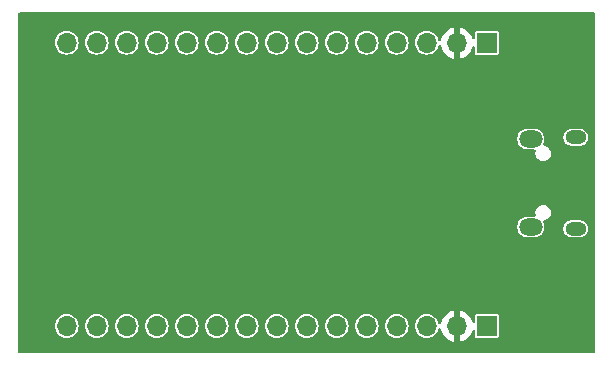
<source format=gbr>
%TF.GenerationSoftware,KiCad,Pcbnew,8.0.7*%
%TF.CreationDate,2025-01-11T18:27:58+02:00*%
%TF.ProjectId,STM32TrialPcb,53544d33-3254-4726-9961-6c5063622e6b,rev?*%
%TF.SameCoordinates,Original*%
%TF.FileFunction,Copper,L2,Bot*%
%TF.FilePolarity,Positive*%
%FSLAX46Y46*%
G04 Gerber Fmt 4.6, Leading zero omitted, Abs format (unit mm)*
G04 Created by KiCad (PCBNEW 8.0.7) date 2025-01-11 18:27:58*
%MOMM*%
%LPD*%
G01*
G04 APERTURE LIST*
%TA.AperFunction,ComponentPad*%
%ADD10O,1.700000X1.700000*%
%TD*%
%TA.AperFunction,ComponentPad*%
%ADD11R,1.700000X1.700000*%
%TD*%
%TA.AperFunction,ComponentPad*%
%ADD12O,1.800000X1.150000*%
%TD*%
%TA.AperFunction,ComponentPad*%
%ADD13O,2.000000X1.450000*%
%TD*%
%TA.AperFunction,ViaPad*%
%ADD14C,0.600000*%
%TD*%
G04 APERTURE END LIST*
D10*
%TO.P,J3,15,Pin_15*%
%TO.N,PA3*%
X130660000Y-106940000D03*
%TO.P,J3,14,Pin_14*%
%TO.N,PA4*%
X133200000Y-106940000D03*
%TO.P,J3,13,Pin_13*%
%TO.N,PA5*%
X135740000Y-106940000D03*
%TO.P,J3,12,Pin_12*%
%TO.N,PA6*%
X138280000Y-106940000D03*
%TO.P,J3,11,Pin_11*%
%TO.N,PA7*%
X140820000Y-106940000D03*
%TO.P,J3,10,Pin_10*%
%TO.N,PB0*%
X143360000Y-106940000D03*
%TO.P,J3,9,Pin_9*%
%TO.N,PB1*%
X145900000Y-106940000D03*
%TO.P,J3,8,Pin_8*%
%TO.N,PB2*%
X148440000Y-106940000D03*
%TO.P,J3,7,Pin_7*%
%TO.N,PB10*%
X150980000Y-106940000D03*
%TO.P,J3,6,Pin_6*%
%TO.N,PB11*%
X153520000Y-106940000D03*
%TO.P,J3,5,Pin_5*%
%TO.N,PA8*%
X156060000Y-106940000D03*
%TO.P,J3,4,Pin_4*%
%TO.N,PA9*%
X158600000Y-106940000D03*
%TO.P,J3,3,Pin_3*%
%TO.N,PA10*%
X161140000Y-106940000D03*
%TO.P,J3,2,Pin_2*%
%TO.N,GND*%
X163680000Y-106940000D03*
D11*
%TO.P,J3,1,Pin_1*%
%TO.N,+3V3*%
X166220000Y-106940000D03*
%TD*%
D10*
%TO.P,J2,15,Pin_15*%
%TO.N,PC15*%
X130660000Y-82960000D03*
%TO.P,J2,14,Pin_14*%
%TO.N,PC14*%
X133200000Y-82960000D03*
%TO.P,J2,13,Pin_13*%
%TO.N,PC13*%
X135740000Y-82960000D03*
%TO.P,J2,12,Pin_12*%
%TO.N,PB9*%
X138280000Y-82960000D03*
%TO.P,J2,11,Pin_11*%
%TO.N,PB8*%
X140820000Y-82960000D03*
%TO.P,J2,10,Pin_10*%
%TO.N,PB7*%
X143360000Y-82960000D03*
%TO.P,J2,9,Pin_9*%
%TO.N,PB6*%
X145900000Y-82960000D03*
%TO.P,J2,8,Pin_8*%
%TO.N,PB5*%
X148440000Y-82960000D03*
%TO.P,J2,7,Pin_7*%
%TO.N,PB4*%
X150980000Y-82960000D03*
%TO.P,J2,6,Pin_6*%
%TO.N,SWO*%
X153520000Y-82960000D03*
%TO.P,J2,5,Pin_5*%
%TO.N,PA15*%
X156060000Y-82960000D03*
%TO.P,J2,4,Pin_4*%
%TO.N,SWCLK*%
X158600000Y-82960000D03*
%TO.P,J2,3,Pin_3*%
%TO.N,SWDIO*%
X161140000Y-82960000D03*
%TO.P,J2,2,Pin_2*%
%TO.N,GND*%
X163680000Y-82960000D03*
D11*
%TO.P,J2,1,Pin_1*%
%TO.N,+3V3*%
X166220000Y-82960000D03*
%TD*%
D12*
%TO.P,J1,6,Shield*%
%TO.N,unconnected-(J1-Shield-Pad6)_1*%
X173740000Y-98700000D03*
D13*
%TO.N,unconnected-(J1-Shield-Pad6)_2*%
X169940000Y-98550000D03*
%TO.N,unconnected-(J1-Shield-Pad6)_3*%
X169940000Y-91100000D03*
D12*
%TO.N,unconnected-(J1-Shield-Pad6)*%
X173740000Y-90950000D03*
%TD*%
D14*
%TO.N,GND*%
X135420000Y-87400000D03*
X142400000Y-98940000D03*
X136440000Y-88790000D03*
X164370000Y-100960000D03*
X140870000Y-95830000D03*
X129052500Y-95642499D03*
X132052500Y-98392499D03*
X130052500Y-93392499D03*
X139445000Y-97804999D03*
X165730000Y-85140000D03*
X148170000Y-88900000D03*
X161070000Y-103210000D03*
X165840000Y-103250000D03*
X167652500Y-91892499D03*
X155462500Y-100160000D03*
X161410000Y-86300000D03*
X153602500Y-100430000D03*
X159305000Y-103220000D03*
X163652500Y-104490000D03*
X130052500Y-88392499D03*
X158920000Y-90880000D03*
X142380000Y-88940000D03*
%TD*%
%TA.AperFunction,Conductor*%
%TO.N,GND*%
G36*
X175343039Y-80410185D02*
G01*
X175388794Y-80462989D01*
X175400000Y-80514500D01*
X175400000Y-109076000D01*
X175380315Y-109143039D01*
X175327511Y-109188794D01*
X175276000Y-109200000D01*
X126664500Y-109200000D01*
X126597461Y-109180315D01*
X126551706Y-109127511D01*
X126540500Y-109076000D01*
X126540500Y-106940000D01*
X129654659Y-106940000D01*
X129673975Y-107136129D01*
X129673976Y-107136132D01*
X129718491Y-107282879D01*
X129731188Y-107324733D01*
X129824086Y-107498532D01*
X129824090Y-107498539D01*
X129949116Y-107650883D01*
X130101460Y-107775909D01*
X130101467Y-107775913D01*
X130275266Y-107868811D01*
X130275269Y-107868811D01*
X130275273Y-107868814D01*
X130463868Y-107926024D01*
X130660000Y-107945341D01*
X130856132Y-107926024D01*
X131044727Y-107868814D01*
X131082317Y-107848722D01*
X131152736Y-107811082D01*
X131218538Y-107775910D01*
X131370883Y-107650883D01*
X131495910Y-107498538D01*
X131574032Y-107352382D01*
X131588811Y-107324733D01*
X131588812Y-107324731D01*
X131588814Y-107324727D01*
X131646024Y-107136132D01*
X131665341Y-106940000D01*
X132194659Y-106940000D01*
X132213975Y-107136129D01*
X132213976Y-107136132D01*
X132258491Y-107282879D01*
X132271188Y-107324733D01*
X132364086Y-107498532D01*
X132364090Y-107498539D01*
X132489116Y-107650883D01*
X132641460Y-107775909D01*
X132641467Y-107775913D01*
X132815266Y-107868811D01*
X132815269Y-107868811D01*
X132815273Y-107868814D01*
X133003868Y-107926024D01*
X133200000Y-107945341D01*
X133396132Y-107926024D01*
X133584727Y-107868814D01*
X133622317Y-107848722D01*
X133692736Y-107811082D01*
X133758538Y-107775910D01*
X133910883Y-107650883D01*
X134035910Y-107498538D01*
X134114032Y-107352382D01*
X134128811Y-107324733D01*
X134128812Y-107324731D01*
X134128814Y-107324727D01*
X134186024Y-107136132D01*
X134205341Y-106940000D01*
X134734659Y-106940000D01*
X134753975Y-107136129D01*
X134753976Y-107136132D01*
X134798491Y-107282879D01*
X134811188Y-107324733D01*
X134904086Y-107498532D01*
X134904090Y-107498539D01*
X135029116Y-107650883D01*
X135181460Y-107775909D01*
X135181467Y-107775913D01*
X135355266Y-107868811D01*
X135355269Y-107868811D01*
X135355273Y-107868814D01*
X135543868Y-107926024D01*
X135740000Y-107945341D01*
X135936132Y-107926024D01*
X136124727Y-107868814D01*
X136162317Y-107848722D01*
X136232736Y-107811082D01*
X136298538Y-107775910D01*
X136450883Y-107650883D01*
X136575910Y-107498538D01*
X136654032Y-107352382D01*
X136668811Y-107324733D01*
X136668812Y-107324731D01*
X136668814Y-107324727D01*
X136726024Y-107136132D01*
X136745341Y-106940000D01*
X137274659Y-106940000D01*
X137293975Y-107136129D01*
X137293976Y-107136132D01*
X137338491Y-107282879D01*
X137351188Y-107324733D01*
X137444086Y-107498532D01*
X137444090Y-107498539D01*
X137569116Y-107650883D01*
X137721460Y-107775909D01*
X137721467Y-107775913D01*
X137895266Y-107868811D01*
X137895269Y-107868811D01*
X137895273Y-107868814D01*
X138083868Y-107926024D01*
X138280000Y-107945341D01*
X138476132Y-107926024D01*
X138664727Y-107868814D01*
X138702317Y-107848722D01*
X138772736Y-107811082D01*
X138838538Y-107775910D01*
X138990883Y-107650883D01*
X139115910Y-107498538D01*
X139194032Y-107352382D01*
X139208811Y-107324733D01*
X139208812Y-107324731D01*
X139208814Y-107324727D01*
X139266024Y-107136132D01*
X139285341Y-106940000D01*
X139814659Y-106940000D01*
X139833975Y-107136129D01*
X139833976Y-107136132D01*
X139878491Y-107282879D01*
X139891188Y-107324733D01*
X139984086Y-107498532D01*
X139984090Y-107498539D01*
X140109116Y-107650883D01*
X140261460Y-107775909D01*
X140261467Y-107775913D01*
X140435266Y-107868811D01*
X140435269Y-107868811D01*
X140435273Y-107868814D01*
X140623868Y-107926024D01*
X140820000Y-107945341D01*
X141016132Y-107926024D01*
X141204727Y-107868814D01*
X141242317Y-107848722D01*
X141312736Y-107811082D01*
X141378538Y-107775910D01*
X141530883Y-107650883D01*
X141655910Y-107498538D01*
X141734032Y-107352382D01*
X141748811Y-107324733D01*
X141748812Y-107324731D01*
X141748814Y-107324727D01*
X141806024Y-107136132D01*
X141825341Y-106940000D01*
X142354659Y-106940000D01*
X142373975Y-107136129D01*
X142373976Y-107136132D01*
X142418491Y-107282879D01*
X142431188Y-107324733D01*
X142524086Y-107498532D01*
X142524090Y-107498539D01*
X142649116Y-107650883D01*
X142801460Y-107775909D01*
X142801467Y-107775913D01*
X142975266Y-107868811D01*
X142975269Y-107868811D01*
X142975273Y-107868814D01*
X143163868Y-107926024D01*
X143360000Y-107945341D01*
X143556132Y-107926024D01*
X143744727Y-107868814D01*
X143782317Y-107848722D01*
X143852736Y-107811082D01*
X143918538Y-107775910D01*
X144070883Y-107650883D01*
X144195910Y-107498538D01*
X144274032Y-107352382D01*
X144288811Y-107324733D01*
X144288812Y-107324731D01*
X144288814Y-107324727D01*
X144346024Y-107136132D01*
X144365341Y-106940000D01*
X144894659Y-106940000D01*
X144913975Y-107136129D01*
X144913976Y-107136132D01*
X144958491Y-107282879D01*
X144971188Y-107324733D01*
X145064086Y-107498532D01*
X145064090Y-107498539D01*
X145189116Y-107650883D01*
X145341460Y-107775909D01*
X145341467Y-107775913D01*
X145515266Y-107868811D01*
X145515269Y-107868811D01*
X145515273Y-107868814D01*
X145703868Y-107926024D01*
X145900000Y-107945341D01*
X146096132Y-107926024D01*
X146284727Y-107868814D01*
X146322317Y-107848722D01*
X146392736Y-107811082D01*
X146458538Y-107775910D01*
X146610883Y-107650883D01*
X146735910Y-107498538D01*
X146814032Y-107352382D01*
X146828811Y-107324733D01*
X146828812Y-107324731D01*
X146828814Y-107324727D01*
X146886024Y-107136132D01*
X146905341Y-106940000D01*
X147434659Y-106940000D01*
X147453975Y-107136129D01*
X147453976Y-107136132D01*
X147498491Y-107282879D01*
X147511188Y-107324733D01*
X147604086Y-107498532D01*
X147604090Y-107498539D01*
X147729116Y-107650883D01*
X147881460Y-107775909D01*
X147881467Y-107775913D01*
X148055266Y-107868811D01*
X148055269Y-107868811D01*
X148055273Y-107868814D01*
X148243868Y-107926024D01*
X148440000Y-107945341D01*
X148636132Y-107926024D01*
X148824727Y-107868814D01*
X148862317Y-107848722D01*
X148932736Y-107811082D01*
X148998538Y-107775910D01*
X149150883Y-107650883D01*
X149275910Y-107498538D01*
X149354032Y-107352382D01*
X149368811Y-107324733D01*
X149368812Y-107324731D01*
X149368814Y-107324727D01*
X149426024Y-107136132D01*
X149445341Y-106940000D01*
X149974659Y-106940000D01*
X149993975Y-107136129D01*
X149993976Y-107136132D01*
X150038491Y-107282879D01*
X150051188Y-107324733D01*
X150144086Y-107498532D01*
X150144090Y-107498539D01*
X150269116Y-107650883D01*
X150421460Y-107775909D01*
X150421467Y-107775913D01*
X150595266Y-107868811D01*
X150595269Y-107868811D01*
X150595273Y-107868814D01*
X150783868Y-107926024D01*
X150980000Y-107945341D01*
X151176132Y-107926024D01*
X151364727Y-107868814D01*
X151402317Y-107848722D01*
X151472736Y-107811082D01*
X151538538Y-107775910D01*
X151690883Y-107650883D01*
X151815910Y-107498538D01*
X151894032Y-107352382D01*
X151908811Y-107324733D01*
X151908812Y-107324731D01*
X151908814Y-107324727D01*
X151966024Y-107136132D01*
X151985341Y-106940000D01*
X152514659Y-106940000D01*
X152533975Y-107136129D01*
X152533976Y-107136132D01*
X152578491Y-107282879D01*
X152591188Y-107324733D01*
X152684086Y-107498532D01*
X152684090Y-107498539D01*
X152809116Y-107650883D01*
X152961460Y-107775909D01*
X152961467Y-107775913D01*
X153135266Y-107868811D01*
X153135269Y-107868811D01*
X153135273Y-107868814D01*
X153323868Y-107926024D01*
X153520000Y-107945341D01*
X153716132Y-107926024D01*
X153904727Y-107868814D01*
X153942317Y-107848722D01*
X154012736Y-107811082D01*
X154078538Y-107775910D01*
X154230883Y-107650883D01*
X154355910Y-107498538D01*
X154434032Y-107352382D01*
X154448811Y-107324733D01*
X154448812Y-107324731D01*
X154448814Y-107324727D01*
X154506024Y-107136132D01*
X154525341Y-106940000D01*
X155054659Y-106940000D01*
X155073975Y-107136129D01*
X155073976Y-107136132D01*
X155118491Y-107282879D01*
X155131188Y-107324733D01*
X155224086Y-107498532D01*
X155224090Y-107498539D01*
X155349116Y-107650883D01*
X155501460Y-107775909D01*
X155501467Y-107775913D01*
X155675266Y-107868811D01*
X155675269Y-107868811D01*
X155675273Y-107868814D01*
X155863868Y-107926024D01*
X156060000Y-107945341D01*
X156256132Y-107926024D01*
X156444727Y-107868814D01*
X156482317Y-107848722D01*
X156552736Y-107811082D01*
X156618538Y-107775910D01*
X156770883Y-107650883D01*
X156895910Y-107498538D01*
X156974032Y-107352382D01*
X156988811Y-107324733D01*
X156988812Y-107324731D01*
X156988814Y-107324727D01*
X157046024Y-107136132D01*
X157065341Y-106940000D01*
X157594659Y-106940000D01*
X157613975Y-107136129D01*
X157613976Y-107136132D01*
X157658491Y-107282879D01*
X157671188Y-107324733D01*
X157764086Y-107498532D01*
X157764090Y-107498539D01*
X157889116Y-107650883D01*
X158041460Y-107775909D01*
X158041467Y-107775913D01*
X158215266Y-107868811D01*
X158215269Y-107868811D01*
X158215273Y-107868814D01*
X158403868Y-107926024D01*
X158600000Y-107945341D01*
X158796132Y-107926024D01*
X158984727Y-107868814D01*
X159022317Y-107848722D01*
X159092736Y-107811082D01*
X159158538Y-107775910D01*
X159310883Y-107650883D01*
X159435910Y-107498538D01*
X159514032Y-107352382D01*
X159528811Y-107324733D01*
X159528812Y-107324731D01*
X159528814Y-107324727D01*
X159586024Y-107136132D01*
X159605341Y-106940000D01*
X160134659Y-106940000D01*
X160153975Y-107136129D01*
X160153976Y-107136132D01*
X160198491Y-107282879D01*
X160211188Y-107324733D01*
X160304086Y-107498532D01*
X160304090Y-107498539D01*
X160429116Y-107650883D01*
X160581460Y-107775909D01*
X160581467Y-107775913D01*
X160755266Y-107868811D01*
X160755269Y-107868811D01*
X160755273Y-107868814D01*
X160943868Y-107926024D01*
X161140000Y-107945341D01*
X161336132Y-107926024D01*
X161524727Y-107868814D01*
X161562317Y-107848722D01*
X161632736Y-107811082D01*
X161698538Y-107775910D01*
X161850883Y-107650883D01*
X161975910Y-107498538D01*
X162054032Y-107352382D01*
X162068812Y-107324731D01*
X162068812Y-107324730D01*
X162068814Y-107324727D01*
X162110900Y-107185988D01*
X162149197Y-107127551D01*
X162213009Y-107099095D01*
X162282076Y-107109655D01*
X162334470Y-107155879D01*
X162349335Y-107189891D01*
X162406567Y-107403486D01*
X162406570Y-107403492D01*
X162506399Y-107617578D01*
X162641894Y-107811082D01*
X162808917Y-107978105D01*
X163002421Y-108113600D01*
X163216507Y-108213429D01*
X163216516Y-108213433D01*
X163430000Y-108270634D01*
X163430000Y-107373012D01*
X163487007Y-107405925D01*
X163614174Y-107440000D01*
X163745826Y-107440000D01*
X163872993Y-107405925D01*
X163930000Y-107373012D01*
X163930000Y-108270633D01*
X164143483Y-108213433D01*
X164143492Y-108213429D01*
X164357578Y-108113600D01*
X164551082Y-107978105D01*
X164718105Y-107811082D01*
X164853600Y-107617578D01*
X164953429Y-107403492D01*
X164953433Y-107403483D01*
X164975725Y-107320289D01*
X165012090Y-107260628D01*
X165074937Y-107230099D01*
X165144312Y-107238394D01*
X165198190Y-107282879D01*
X165219465Y-107349431D01*
X165219500Y-107352382D01*
X165219500Y-107804820D01*
X165219500Y-107804822D01*
X165219499Y-107804822D01*
X165228231Y-107848717D01*
X165228232Y-107848721D01*
X165228233Y-107848722D01*
X165261496Y-107898504D01*
X165311278Y-107931767D01*
X165311281Y-107931767D01*
X165311282Y-107931768D01*
X165355177Y-107940500D01*
X165355180Y-107940500D01*
X167084822Y-107940500D01*
X167128717Y-107931768D01*
X167128717Y-107931767D01*
X167128722Y-107931767D01*
X167178504Y-107898504D01*
X167211767Y-107848722D01*
X167211768Y-107848717D01*
X167220500Y-107804822D01*
X167220500Y-106075177D01*
X167211768Y-106031282D01*
X167211767Y-106031281D01*
X167211767Y-106031278D01*
X167178504Y-105981496D01*
X167178503Y-105981495D01*
X167128724Y-105948234D01*
X167128717Y-105948231D01*
X167084822Y-105939500D01*
X167084820Y-105939500D01*
X165355180Y-105939500D01*
X165355178Y-105939500D01*
X165311282Y-105948231D01*
X165311275Y-105948234D01*
X165261496Y-105981495D01*
X165261495Y-105981496D01*
X165228234Y-106031275D01*
X165228231Y-106031282D01*
X165219500Y-106075177D01*
X165219500Y-106527617D01*
X165199815Y-106594656D01*
X165147011Y-106640411D01*
X165077853Y-106650355D01*
X165014297Y-106621330D01*
X164976523Y-106562552D01*
X164975725Y-106559711D01*
X164953432Y-106476513D01*
X164953429Y-106476507D01*
X164853600Y-106262422D01*
X164853599Y-106262420D01*
X164718113Y-106068926D01*
X164718108Y-106068920D01*
X164551082Y-105901894D01*
X164357578Y-105766399D01*
X164143492Y-105666570D01*
X164143486Y-105666567D01*
X163930000Y-105609364D01*
X163930000Y-106506988D01*
X163872993Y-106474075D01*
X163745826Y-106440000D01*
X163614174Y-106440000D01*
X163487007Y-106474075D01*
X163430000Y-106506988D01*
X163430000Y-105609364D01*
X163429999Y-105609364D01*
X163216513Y-105666567D01*
X163216507Y-105666570D01*
X163002422Y-105766399D01*
X163002420Y-105766400D01*
X162808926Y-105901886D01*
X162808920Y-105901891D01*
X162641891Y-106068920D01*
X162641886Y-106068926D01*
X162506400Y-106262420D01*
X162506399Y-106262422D01*
X162406570Y-106476507D01*
X162406567Y-106476513D01*
X162349335Y-106690108D01*
X162312970Y-106749768D01*
X162250123Y-106780297D01*
X162180747Y-106772002D01*
X162126869Y-106727517D01*
X162110900Y-106694013D01*
X162068814Y-106555273D01*
X162068811Y-106555269D01*
X162068811Y-106555266D01*
X161975913Y-106381467D01*
X161975909Y-106381460D01*
X161850883Y-106229116D01*
X161698539Y-106104090D01*
X161698532Y-106104086D01*
X161524733Y-106011188D01*
X161524727Y-106011186D01*
X161336132Y-105953976D01*
X161336129Y-105953975D01*
X161140000Y-105934659D01*
X160943870Y-105953975D01*
X160755266Y-106011188D01*
X160581467Y-106104086D01*
X160581460Y-106104090D01*
X160429116Y-106229116D01*
X160304090Y-106381460D01*
X160304086Y-106381467D01*
X160211188Y-106555266D01*
X160153975Y-106743870D01*
X160134659Y-106940000D01*
X159605341Y-106940000D01*
X159586024Y-106743868D01*
X159528814Y-106555273D01*
X159528811Y-106555269D01*
X159528811Y-106555266D01*
X159435913Y-106381467D01*
X159435909Y-106381460D01*
X159310883Y-106229116D01*
X159158539Y-106104090D01*
X159158532Y-106104086D01*
X158984733Y-106011188D01*
X158984727Y-106011186D01*
X158796132Y-105953976D01*
X158796129Y-105953975D01*
X158600000Y-105934659D01*
X158403870Y-105953975D01*
X158215266Y-106011188D01*
X158041467Y-106104086D01*
X158041460Y-106104090D01*
X157889116Y-106229116D01*
X157764090Y-106381460D01*
X157764086Y-106381467D01*
X157671188Y-106555266D01*
X157613975Y-106743870D01*
X157594659Y-106940000D01*
X157065341Y-106940000D01*
X157046024Y-106743868D01*
X156988814Y-106555273D01*
X156988811Y-106555269D01*
X156988811Y-106555266D01*
X156895913Y-106381467D01*
X156895909Y-106381460D01*
X156770883Y-106229116D01*
X156618539Y-106104090D01*
X156618532Y-106104086D01*
X156444733Y-106011188D01*
X156444727Y-106011186D01*
X156256132Y-105953976D01*
X156256129Y-105953975D01*
X156060000Y-105934659D01*
X155863870Y-105953975D01*
X155675266Y-106011188D01*
X155501467Y-106104086D01*
X155501460Y-106104090D01*
X155349116Y-106229116D01*
X155224090Y-106381460D01*
X155224086Y-106381467D01*
X155131188Y-106555266D01*
X155073975Y-106743870D01*
X155054659Y-106940000D01*
X154525341Y-106940000D01*
X154506024Y-106743868D01*
X154448814Y-106555273D01*
X154448811Y-106555269D01*
X154448811Y-106555266D01*
X154355913Y-106381467D01*
X154355909Y-106381460D01*
X154230883Y-106229116D01*
X154078539Y-106104090D01*
X154078532Y-106104086D01*
X153904733Y-106011188D01*
X153904727Y-106011186D01*
X153716132Y-105953976D01*
X153716129Y-105953975D01*
X153520000Y-105934659D01*
X153323870Y-105953975D01*
X153135266Y-106011188D01*
X152961467Y-106104086D01*
X152961460Y-106104090D01*
X152809116Y-106229116D01*
X152684090Y-106381460D01*
X152684086Y-106381467D01*
X152591188Y-106555266D01*
X152533975Y-106743870D01*
X152514659Y-106940000D01*
X151985341Y-106940000D01*
X151966024Y-106743868D01*
X151908814Y-106555273D01*
X151908811Y-106555269D01*
X151908811Y-106555266D01*
X151815913Y-106381467D01*
X151815909Y-106381460D01*
X151690883Y-106229116D01*
X151538539Y-106104090D01*
X151538532Y-106104086D01*
X151364733Y-106011188D01*
X151364727Y-106011186D01*
X151176132Y-105953976D01*
X151176129Y-105953975D01*
X150980000Y-105934659D01*
X150783870Y-105953975D01*
X150595266Y-106011188D01*
X150421467Y-106104086D01*
X150421460Y-106104090D01*
X150269116Y-106229116D01*
X150144090Y-106381460D01*
X150144086Y-106381467D01*
X150051188Y-106555266D01*
X149993975Y-106743870D01*
X149974659Y-106940000D01*
X149445341Y-106940000D01*
X149426024Y-106743868D01*
X149368814Y-106555273D01*
X149368811Y-106555269D01*
X149368811Y-106555266D01*
X149275913Y-106381467D01*
X149275909Y-106381460D01*
X149150883Y-106229116D01*
X148998539Y-106104090D01*
X148998532Y-106104086D01*
X148824733Y-106011188D01*
X148824727Y-106011186D01*
X148636132Y-105953976D01*
X148636129Y-105953975D01*
X148440000Y-105934659D01*
X148243870Y-105953975D01*
X148055266Y-106011188D01*
X147881467Y-106104086D01*
X147881460Y-106104090D01*
X147729116Y-106229116D01*
X147604090Y-106381460D01*
X147604086Y-106381467D01*
X147511188Y-106555266D01*
X147453975Y-106743870D01*
X147434659Y-106940000D01*
X146905341Y-106940000D01*
X146886024Y-106743868D01*
X146828814Y-106555273D01*
X146828811Y-106555269D01*
X146828811Y-106555266D01*
X146735913Y-106381467D01*
X146735909Y-106381460D01*
X146610883Y-106229116D01*
X146458539Y-106104090D01*
X146458532Y-106104086D01*
X146284733Y-106011188D01*
X146284727Y-106011186D01*
X146096132Y-105953976D01*
X146096129Y-105953975D01*
X145900000Y-105934659D01*
X145703870Y-105953975D01*
X145515266Y-106011188D01*
X145341467Y-106104086D01*
X145341460Y-106104090D01*
X145189116Y-106229116D01*
X145064090Y-106381460D01*
X145064086Y-106381467D01*
X144971188Y-106555266D01*
X144913975Y-106743870D01*
X144894659Y-106940000D01*
X144365341Y-106940000D01*
X144346024Y-106743868D01*
X144288814Y-106555273D01*
X144288811Y-106555269D01*
X144288811Y-106555266D01*
X144195913Y-106381467D01*
X144195909Y-106381460D01*
X144070883Y-106229116D01*
X143918539Y-106104090D01*
X143918532Y-106104086D01*
X143744733Y-106011188D01*
X143744727Y-106011186D01*
X143556132Y-105953976D01*
X143556129Y-105953975D01*
X143360000Y-105934659D01*
X143163870Y-105953975D01*
X142975266Y-106011188D01*
X142801467Y-106104086D01*
X142801460Y-106104090D01*
X142649116Y-106229116D01*
X142524090Y-106381460D01*
X142524086Y-106381467D01*
X142431188Y-106555266D01*
X142373975Y-106743870D01*
X142354659Y-106940000D01*
X141825341Y-106940000D01*
X141806024Y-106743868D01*
X141748814Y-106555273D01*
X141748811Y-106555269D01*
X141748811Y-106555266D01*
X141655913Y-106381467D01*
X141655909Y-106381460D01*
X141530883Y-106229116D01*
X141378539Y-106104090D01*
X141378532Y-106104086D01*
X141204733Y-106011188D01*
X141204727Y-106011186D01*
X141016132Y-105953976D01*
X141016129Y-105953975D01*
X140820000Y-105934659D01*
X140623870Y-105953975D01*
X140435266Y-106011188D01*
X140261467Y-106104086D01*
X140261460Y-106104090D01*
X140109116Y-106229116D01*
X139984090Y-106381460D01*
X139984086Y-106381467D01*
X139891188Y-106555266D01*
X139833975Y-106743870D01*
X139814659Y-106940000D01*
X139285341Y-106940000D01*
X139266024Y-106743868D01*
X139208814Y-106555273D01*
X139208811Y-106555269D01*
X139208811Y-106555266D01*
X139115913Y-106381467D01*
X139115909Y-106381460D01*
X138990883Y-106229116D01*
X138838539Y-106104090D01*
X138838532Y-106104086D01*
X138664733Y-106011188D01*
X138664727Y-106011186D01*
X138476132Y-105953976D01*
X138476129Y-105953975D01*
X138280000Y-105934659D01*
X138083870Y-105953975D01*
X137895266Y-106011188D01*
X137721467Y-106104086D01*
X137721460Y-106104090D01*
X137569116Y-106229116D01*
X137444090Y-106381460D01*
X137444086Y-106381467D01*
X137351188Y-106555266D01*
X137293975Y-106743870D01*
X137274659Y-106940000D01*
X136745341Y-106940000D01*
X136726024Y-106743868D01*
X136668814Y-106555273D01*
X136668811Y-106555269D01*
X136668811Y-106555266D01*
X136575913Y-106381467D01*
X136575909Y-106381460D01*
X136450883Y-106229116D01*
X136298539Y-106104090D01*
X136298532Y-106104086D01*
X136124733Y-106011188D01*
X136124727Y-106011186D01*
X135936132Y-105953976D01*
X135936129Y-105953975D01*
X135740000Y-105934659D01*
X135543870Y-105953975D01*
X135355266Y-106011188D01*
X135181467Y-106104086D01*
X135181460Y-106104090D01*
X135029116Y-106229116D01*
X134904090Y-106381460D01*
X134904086Y-106381467D01*
X134811188Y-106555266D01*
X134753975Y-106743870D01*
X134734659Y-106940000D01*
X134205341Y-106940000D01*
X134186024Y-106743868D01*
X134128814Y-106555273D01*
X134128811Y-106555269D01*
X134128811Y-106555266D01*
X134035913Y-106381467D01*
X134035909Y-106381460D01*
X133910883Y-106229116D01*
X133758539Y-106104090D01*
X133758532Y-106104086D01*
X133584733Y-106011188D01*
X133584727Y-106011186D01*
X133396132Y-105953976D01*
X133396129Y-105953975D01*
X133200000Y-105934659D01*
X133003870Y-105953975D01*
X132815266Y-106011188D01*
X132641467Y-106104086D01*
X132641460Y-106104090D01*
X132489116Y-106229116D01*
X132364090Y-106381460D01*
X132364086Y-106381467D01*
X132271188Y-106555266D01*
X132213975Y-106743870D01*
X132194659Y-106940000D01*
X131665341Y-106940000D01*
X131646024Y-106743868D01*
X131588814Y-106555273D01*
X131588811Y-106555269D01*
X131588811Y-106555266D01*
X131495913Y-106381467D01*
X131495909Y-106381460D01*
X131370883Y-106229116D01*
X131218539Y-106104090D01*
X131218532Y-106104086D01*
X131044733Y-106011188D01*
X131044727Y-106011186D01*
X130856132Y-105953976D01*
X130856129Y-105953975D01*
X130660000Y-105934659D01*
X130463870Y-105953975D01*
X130275266Y-106011188D01*
X130101467Y-106104086D01*
X130101460Y-106104090D01*
X129949116Y-106229116D01*
X129824090Y-106381460D01*
X129824086Y-106381467D01*
X129731188Y-106555266D01*
X129673975Y-106743870D01*
X129654659Y-106940000D01*
X126540500Y-106940000D01*
X126540500Y-98463766D01*
X168789500Y-98463766D01*
X168789500Y-98636233D01*
X168823143Y-98805366D01*
X168823146Y-98805378D01*
X168889138Y-98964698D01*
X168889145Y-98964711D01*
X168984954Y-99108098D01*
X168984957Y-99108102D01*
X169106897Y-99230042D01*
X169106901Y-99230045D01*
X169250288Y-99325854D01*
X169250301Y-99325861D01*
X169291510Y-99342930D01*
X169409626Y-99391855D01*
X169578766Y-99425499D01*
X169578769Y-99425500D01*
X169578771Y-99425500D01*
X170301231Y-99425500D01*
X170301232Y-99425499D01*
X170470374Y-99391855D01*
X170629705Y-99325858D01*
X170773099Y-99230045D01*
X170895045Y-99108099D01*
X170990858Y-98964705D01*
X171056855Y-98805374D01*
X171063602Y-98771457D01*
X172689499Y-98771457D01*
X172717379Y-98911614D01*
X172717381Y-98911620D01*
X172772069Y-99043650D01*
X172772074Y-99043659D01*
X172851467Y-99162478D01*
X172851470Y-99162482D01*
X172952517Y-99263529D01*
X172952521Y-99263532D01*
X173071340Y-99342925D01*
X173071346Y-99342928D01*
X173071347Y-99342929D01*
X173203380Y-99397619D01*
X173203384Y-99397619D01*
X173203385Y-99397620D01*
X173343542Y-99425500D01*
X173343545Y-99425500D01*
X174136457Y-99425500D01*
X174230751Y-99406742D01*
X174276620Y-99397619D01*
X174408653Y-99342929D01*
X174527479Y-99263532D01*
X174628532Y-99162479D01*
X174707929Y-99043653D01*
X174762619Y-98911620D01*
X174790500Y-98771455D01*
X174790500Y-98628545D01*
X174790500Y-98628542D01*
X174762620Y-98488385D01*
X174762619Y-98488384D01*
X174762619Y-98488380D01*
X174707929Y-98356347D01*
X174707928Y-98356346D01*
X174707925Y-98356340D01*
X174628532Y-98237521D01*
X174628529Y-98237517D01*
X174527482Y-98136470D01*
X174527478Y-98136467D01*
X174408659Y-98057074D01*
X174408650Y-98057069D01*
X174276620Y-98002381D01*
X174276614Y-98002379D01*
X174136457Y-97974500D01*
X174136455Y-97974500D01*
X173343545Y-97974500D01*
X173343543Y-97974500D01*
X173203385Y-98002379D01*
X173203379Y-98002381D01*
X173071349Y-98057069D01*
X173071340Y-98057074D01*
X172952521Y-98136467D01*
X172952517Y-98136470D01*
X172851470Y-98237517D01*
X172851467Y-98237521D01*
X172772074Y-98356340D01*
X172772069Y-98356349D01*
X172717381Y-98488379D01*
X172717379Y-98488385D01*
X172689500Y-98628542D01*
X172689500Y-98628545D01*
X172689500Y-98771455D01*
X172689500Y-98771457D01*
X172689499Y-98771457D01*
X171063602Y-98771457D01*
X171090500Y-98636229D01*
X171090500Y-98463771D01*
X171090500Y-98463768D01*
X171090499Y-98463766D01*
X171069132Y-98356347D01*
X171056855Y-98294626D01*
X170992339Y-98138872D01*
X170984871Y-98069403D01*
X171016146Y-98006924D01*
X171076235Y-97971272D01*
X171082710Y-97969803D01*
X171113098Y-97963758D01*
X171179744Y-97950501D01*
X171298127Y-97901465D01*
X171404669Y-97830276D01*
X171495276Y-97739669D01*
X171566465Y-97633127D01*
X171615501Y-97514744D01*
X171640500Y-97389069D01*
X171640500Y-97260931D01*
X171640500Y-97260928D01*
X171615502Y-97135261D01*
X171615501Y-97135260D01*
X171615501Y-97135256D01*
X171566465Y-97016873D01*
X171566464Y-97016872D01*
X171566461Y-97016866D01*
X171495276Y-96910331D01*
X171495273Y-96910327D01*
X171404672Y-96819726D01*
X171404668Y-96819723D01*
X171298133Y-96748538D01*
X171298124Y-96748533D01*
X171179744Y-96699499D01*
X171179738Y-96699497D01*
X171054071Y-96674500D01*
X171054069Y-96674500D01*
X170925931Y-96674500D01*
X170925929Y-96674500D01*
X170800261Y-96699497D01*
X170800255Y-96699499D01*
X170681875Y-96748533D01*
X170681866Y-96748538D01*
X170575331Y-96819723D01*
X170575327Y-96819726D01*
X170484726Y-96910327D01*
X170484723Y-96910331D01*
X170413538Y-97016866D01*
X170413533Y-97016875D01*
X170364499Y-97135255D01*
X170364497Y-97135261D01*
X170339500Y-97260928D01*
X170339500Y-97260931D01*
X170339500Y-97389069D01*
X170339500Y-97389071D01*
X170339499Y-97389071D01*
X170365687Y-97520718D01*
X170364482Y-97520957D01*
X170365052Y-97584366D01*
X170327806Y-97643481D01*
X170264514Y-97673075D01*
X170245766Y-97674500D01*
X169578768Y-97674500D01*
X169409633Y-97708143D01*
X169409621Y-97708146D01*
X169250301Y-97774138D01*
X169250288Y-97774145D01*
X169106901Y-97869954D01*
X169106897Y-97869957D01*
X168984957Y-97991897D01*
X168984954Y-97991901D01*
X168889145Y-98135288D01*
X168889138Y-98135301D01*
X168823146Y-98294621D01*
X168823143Y-98294633D01*
X168789500Y-98463766D01*
X126540500Y-98463766D01*
X126540500Y-91013766D01*
X168789500Y-91013766D01*
X168789500Y-91186233D01*
X168823143Y-91355366D01*
X168823146Y-91355378D01*
X168889138Y-91514698D01*
X168889145Y-91514711D01*
X168984954Y-91658098D01*
X168984957Y-91658102D01*
X169106897Y-91780042D01*
X169106901Y-91780045D01*
X169250288Y-91875854D01*
X169250301Y-91875861D01*
X169333520Y-91910331D01*
X169409626Y-91941855D01*
X169578766Y-91975499D01*
X169578769Y-91975500D01*
X170245766Y-91975500D01*
X170312805Y-91995185D01*
X170358560Y-92047989D01*
X170368504Y-92117147D01*
X170364662Y-92134432D01*
X170339500Y-92260928D01*
X170339500Y-92260931D01*
X170339500Y-92389069D01*
X170339500Y-92389071D01*
X170339499Y-92389071D01*
X170364497Y-92514738D01*
X170364499Y-92514744D01*
X170413533Y-92633124D01*
X170413538Y-92633133D01*
X170484723Y-92739668D01*
X170484726Y-92739672D01*
X170575327Y-92830273D01*
X170575331Y-92830276D01*
X170681866Y-92901461D01*
X170681872Y-92901464D01*
X170681873Y-92901465D01*
X170800256Y-92950501D01*
X170800260Y-92950501D01*
X170800261Y-92950502D01*
X170925928Y-92975500D01*
X170925931Y-92975500D01*
X171054071Y-92975500D01*
X171138615Y-92958682D01*
X171179744Y-92950501D01*
X171298127Y-92901465D01*
X171404669Y-92830276D01*
X171495276Y-92739669D01*
X171566465Y-92633127D01*
X171615501Y-92514744D01*
X171640500Y-92389069D01*
X171640500Y-92260931D01*
X171640500Y-92260928D01*
X171615502Y-92135261D01*
X171615501Y-92135260D01*
X171615501Y-92135256D01*
X171566465Y-92016873D01*
X171566464Y-92016872D01*
X171566461Y-92016866D01*
X171495276Y-91910331D01*
X171495273Y-91910327D01*
X171404672Y-91819726D01*
X171404668Y-91819723D01*
X171298133Y-91748538D01*
X171298124Y-91748533D01*
X171179744Y-91699499D01*
X171179739Y-91699497D01*
X171082708Y-91680196D01*
X171020798Y-91647810D01*
X170986224Y-91587094D01*
X170989965Y-91517325D01*
X170992340Y-91511126D01*
X171056855Y-91355374D01*
X171090500Y-91186229D01*
X171090500Y-91021457D01*
X172689499Y-91021457D01*
X172717379Y-91161614D01*
X172717381Y-91161620D01*
X172772069Y-91293650D01*
X172772074Y-91293659D01*
X172851467Y-91412478D01*
X172851470Y-91412482D01*
X172952517Y-91513529D01*
X172952521Y-91513532D01*
X173071340Y-91592925D01*
X173071346Y-91592928D01*
X173071347Y-91592929D01*
X173203380Y-91647619D01*
X173203384Y-91647619D01*
X173203385Y-91647620D01*
X173343542Y-91675500D01*
X173343545Y-91675500D01*
X174136457Y-91675500D01*
X174230751Y-91656742D01*
X174276620Y-91647619D01*
X174408653Y-91592929D01*
X174527479Y-91513532D01*
X174628532Y-91412479D01*
X174707929Y-91293653D01*
X174762619Y-91161620D01*
X174790500Y-91021455D01*
X174790500Y-90878545D01*
X174790500Y-90878542D01*
X174762620Y-90738385D01*
X174762619Y-90738384D01*
X174762619Y-90738380D01*
X174707929Y-90606347D01*
X174707928Y-90606346D01*
X174707925Y-90606340D01*
X174628532Y-90487521D01*
X174628529Y-90487517D01*
X174527482Y-90386470D01*
X174527478Y-90386467D01*
X174408659Y-90307074D01*
X174408650Y-90307069D01*
X174276620Y-90252381D01*
X174276614Y-90252379D01*
X174136457Y-90224500D01*
X174136455Y-90224500D01*
X173343545Y-90224500D01*
X173343543Y-90224500D01*
X173203385Y-90252379D01*
X173203379Y-90252381D01*
X173071349Y-90307069D01*
X173071340Y-90307074D01*
X172952521Y-90386467D01*
X172952517Y-90386470D01*
X172851470Y-90487517D01*
X172851467Y-90487521D01*
X172772074Y-90606340D01*
X172772069Y-90606349D01*
X172717381Y-90738379D01*
X172717379Y-90738385D01*
X172689500Y-90878542D01*
X172689500Y-90878545D01*
X172689500Y-91021455D01*
X172689500Y-91021457D01*
X172689499Y-91021457D01*
X171090500Y-91021457D01*
X171090500Y-91013771D01*
X171090500Y-91013768D01*
X171090499Y-91013766D01*
X171056856Y-90844633D01*
X171056855Y-90844626D01*
X171012846Y-90738379D01*
X170990861Y-90685301D01*
X170990854Y-90685288D01*
X170895045Y-90541901D01*
X170895042Y-90541897D01*
X170773102Y-90419957D01*
X170773098Y-90419954D01*
X170629711Y-90324145D01*
X170629698Y-90324138D01*
X170470378Y-90258146D01*
X170470366Y-90258143D01*
X170301232Y-90224500D01*
X170301229Y-90224500D01*
X169578771Y-90224500D01*
X169578768Y-90224500D01*
X169409633Y-90258143D01*
X169409621Y-90258146D01*
X169250301Y-90324138D01*
X169250288Y-90324145D01*
X169106901Y-90419954D01*
X169106897Y-90419957D01*
X168984957Y-90541897D01*
X168984954Y-90541901D01*
X168889145Y-90685288D01*
X168889138Y-90685301D01*
X168823146Y-90844621D01*
X168823143Y-90844633D01*
X168789500Y-91013766D01*
X126540500Y-91013766D01*
X126540500Y-82960000D01*
X129654659Y-82960000D01*
X129673975Y-83156129D01*
X129673976Y-83156132D01*
X129718491Y-83302879D01*
X129731188Y-83344733D01*
X129824086Y-83518532D01*
X129824090Y-83518539D01*
X129949116Y-83670883D01*
X130101460Y-83795909D01*
X130101467Y-83795913D01*
X130275266Y-83888811D01*
X130275269Y-83888811D01*
X130275273Y-83888814D01*
X130463868Y-83946024D01*
X130660000Y-83965341D01*
X130856132Y-83946024D01*
X131044727Y-83888814D01*
X131082317Y-83868722D01*
X131152736Y-83831082D01*
X131218538Y-83795910D01*
X131370883Y-83670883D01*
X131495910Y-83518538D01*
X131574032Y-83372382D01*
X131588811Y-83344733D01*
X131588812Y-83344731D01*
X131588814Y-83344727D01*
X131646024Y-83156132D01*
X131665341Y-82960000D01*
X132194659Y-82960000D01*
X132213975Y-83156129D01*
X132213976Y-83156132D01*
X132258491Y-83302879D01*
X132271188Y-83344733D01*
X132364086Y-83518532D01*
X132364090Y-83518539D01*
X132489116Y-83670883D01*
X132641460Y-83795909D01*
X132641467Y-83795913D01*
X132815266Y-83888811D01*
X132815269Y-83888811D01*
X132815273Y-83888814D01*
X133003868Y-83946024D01*
X133200000Y-83965341D01*
X133396132Y-83946024D01*
X133584727Y-83888814D01*
X133622317Y-83868722D01*
X133692736Y-83831082D01*
X133758538Y-83795910D01*
X133910883Y-83670883D01*
X134035910Y-83518538D01*
X134114032Y-83372382D01*
X134128811Y-83344733D01*
X134128812Y-83344731D01*
X134128814Y-83344727D01*
X134186024Y-83156132D01*
X134205341Y-82960000D01*
X134734659Y-82960000D01*
X134753975Y-83156129D01*
X134753976Y-83156132D01*
X134798491Y-83302879D01*
X134811188Y-83344733D01*
X134904086Y-83518532D01*
X134904090Y-83518539D01*
X135029116Y-83670883D01*
X135181460Y-83795909D01*
X135181467Y-83795913D01*
X135355266Y-83888811D01*
X135355269Y-83888811D01*
X135355273Y-83888814D01*
X135543868Y-83946024D01*
X135740000Y-83965341D01*
X135936132Y-83946024D01*
X136124727Y-83888814D01*
X136162317Y-83868722D01*
X136232736Y-83831082D01*
X136298538Y-83795910D01*
X136450883Y-83670883D01*
X136575910Y-83518538D01*
X136654032Y-83372382D01*
X136668811Y-83344733D01*
X136668812Y-83344731D01*
X136668814Y-83344727D01*
X136726024Y-83156132D01*
X136745341Y-82960000D01*
X137274659Y-82960000D01*
X137293975Y-83156129D01*
X137293976Y-83156132D01*
X137338491Y-83302879D01*
X137351188Y-83344733D01*
X137444086Y-83518532D01*
X137444090Y-83518539D01*
X137569116Y-83670883D01*
X137721460Y-83795909D01*
X137721467Y-83795913D01*
X137895266Y-83888811D01*
X137895269Y-83888811D01*
X137895273Y-83888814D01*
X138083868Y-83946024D01*
X138280000Y-83965341D01*
X138476132Y-83946024D01*
X138664727Y-83888814D01*
X138702317Y-83868722D01*
X138772736Y-83831082D01*
X138838538Y-83795910D01*
X138990883Y-83670883D01*
X139115910Y-83518538D01*
X139194032Y-83372382D01*
X139208811Y-83344733D01*
X139208812Y-83344731D01*
X139208814Y-83344727D01*
X139266024Y-83156132D01*
X139285341Y-82960000D01*
X139814659Y-82960000D01*
X139833975Y-83156129D01*
X139833976Y-83156132D01*
X139878491Y-83302879D01*
X139891188Y-83344733D01*
X139984086Y-83518532D01*
X139984090Y-83518539D01*
X140109116Y-83670883D01*
X140261460Y-83795909D01*
X140261467Y-83795913D01*
X140435266Y-83888811D01*
X140435269Y-83888811D01*
X140435273Y-83888814D01*
X140623868Y-83946024D01*
X140820000Y-83965341D01*
X141016132Y-83946024D01*
X141204727Y-83888814D01*
X141242317Y-83868722D01*
X141312736Y-83831082D01*
X141378538Y-83795910D01*
X141530883Y-83670883D01*
X141655910Y-83518538D01*
X141734032Y-83372382D01*
X141748811Y-83344733D01*
X141748812Y-83344731D01*
X141748814Y-83344727D01*
X141806024Y-83156132D01*
X141825341Y-82960000D01*
X142354659Y-82960000D01*
X142373975Y-83156129D01*
X142373976Y-83156132D01*
X142418491Y-83302879D01*
X142431188Y-83344733D01*
X142524086Y-83518532D01*
X142524090Y-83518539D01*
X142649116Y-83670883D01*
X142801460Y-83795909D01*
X142801467Y-83795913D01*
X142975266Y-83888811D01*
X142975269Y-83888811D01*
X142975273Y-83888814D01*
X143163868Y-83946024D01*
X143360000Y-83965341D01*
X143556132Y-83946024D01*
X143744727Y-83888814D01*
X143782317Y-83868722D01*
X143852736Y-83831082D01*
X143918538Y-83795910D01*
X144070883Y-83670883D01*
X144195910Y-83518538D01*
X144274032Y-83372382D01*
X144288811Y-83344733D01*
X144288812Y-83344731D01*
X144288814Y-83344727D01*
X144346024Y-83156132D01*
X144365341Y-82960000D01*
X144894659Y-82960000D01*
X144913975Y-83156129D01*
X144913976Y-83156132D01*
X144958491Y-83302879D01*
X144971188Y-83344733D01*
X145064086Y-83518532D01*
X145064090Y-83518539D01*
X145189116Y-83670883D01*
X145341460Y-83795909D01*
X145341467Y-83795913D01*
X145515266Y-83888811D01*
X145515269Y-83888811D01*
X145515273Y-83888814D01*
X145703868Y-83946024D01*
X145900000Y-83965341D01*
X146096132Y-83946024D01*
X146284727Y-83888814D01*
X146322317Y-83868722D01*
X146392736Y-83831082D01*
X146458538Y-83795910D01*
X146610883Y-83670883D01*
X146735910Y-83518538D01*
X146814032Y-83372382D01*
X146828811Y-83344733D01*
X146828812Y-83344731D01*
X146828814Y-83344727D01*
X146886024Y-83156132D01*
X146905341Y-82960000D01*
X147434659Y-82960000D01*
X147453975Y-83156129D01*
X147453976Y-83156132D01*
X147498491Y-83302879D01*
X147511188Y-83344733D01*
X147604086Y-83518532D01*
X147604090Y-83518539D01*
X147729116Y-83670883D01*
X147881460Y-83795909D01*
X147881467Y-83795913D01*
X148055266Y-83888811D01*
X148055269Y-83888811D01*
X148055273Y-83888814D01*
X148243868Y-83946024D01*
X148440000Y-83965341D01*
X148636132Y-83946024D01*
X148824727Y-83888814D01*
X148862317Y-83868722D01*
X148932736Y-83831082D01*
X148998538Y-83795910D01*
X149150883Y-83670883D01*
X149275910Y-83518538D01*
X149354032Y-83372382D01*
X149368811Y-83344733D01*
X149368812Y-83344731D01*
X149368814Y-83344727D01*
X149426024Y-83156132D01*
X149445341Y-82960000D01*
X149974659Y-82960000D01*
X149993975Y-83156129D01*
X149993976Y-83156132D01*
X150038491Y-83302879D01*
X150051188Y-83344733D01*
X150144086Y-83518532D01*
X150144090Y-83518539D01*
X150269116Y-83670883D01*
X150421460Y-83795909D01*
X150421467Y-83795913D01*
X150595266Y-83888811D01*
X150595269Y-83888811D01*
X150595273Y-83888814D01*
X150783868Y-83946024D01*
X150980000Y-83965341D01*
X151176132Y-83946024D01*
X151364727Y-83888814D01*
X151402317Y-83868722D01*
X151472736Y-83831082D01*
X151538538Y-83795910D01*
X151690883Y-83670883D01*
X151815910Y-83518538D01*
X151894032Y-83372382D01*
X151908811Y-83344733D01*
X151908812Y-83344731D01*
X151908814Y-83344727D01*
X151966024Y-83156132D01*
X151985341Y-82960000D01*
X152514659Y-82960000D01*
X152533975Y-83156129D01*
X152533976Y-83156132D01*
X152578491Y-83302879D01*
X152591188Y-83344733D01*
X152684086Y-83518532D01*
X152684090Y-83518539D01*
X152809116Y-83670883D01*
X152961460Y-83795909D01*
X152961467Y-83795913D01*
X153135266Y-83888811D01*
X153135269Y-83888811D01*
X153135273Y-83888814D01*
X153323868Y-83946024D01*
X153520000Y-83965341D01*
X153716132Y-83946024D01*
X153904727Y-83888814D01*
X153942317Y-83868722D01*
X154012736Y-83831082D01*
X154078538Y-83795910D01*
X154230883Y-83670883D01*
X154355910Y-83518538D01*
X154434032Y-83372382D01*
X154448811Y-83344733D01*
X154448812Y-83344731D01*
X154448814Y-83344727D01*
X154506024Y-83156132D01*
X154525341Y-82960000D01*
X155054659Y-82960000D01*
X155073975Y-83156129D01*
X155073976Y-83156132D01*
X155118491Y-83302879D01*
X155131188Y-83344733D01*
X155224086Y-83518532D01*
X155224090Y-83518539D01*
X155349116Y-83670883D01*
X155501460Y-83795909D01*
X155501467Y-83795913D01*
X155675266Y-83888811D01*
X155675269Y-83888811D01*
X155675273Y-83888814D01*
X155863868Y-83946024D01*
X156060000Y-83965341D01*
X156256132Y-83946024D01*
X156444727Y-83888814D01*
X156482317Y-83868722D01*
X156552736Y-83831082D01*
X156618538Y-83795910D01*
X156770883Y-83670883D01*
X156895910Y-83518538D01*
X156974032Y-83372382D01*
X156988811Y-83344733D01*
X156988812Y-83344731D01*
X156988814Y-83344727D01*
X157046024Y-83156132D01*
X157065341Y-82960000D01*
X157594659Y-82960000D01*
X157613975Y-83156129D01*
X157613976Y-83156132D01*
X157658491Y-83302879D01*
X157671188Y-83344733D01*
X157764086Y-83518532D01*
X157764090Y-83518539D01*
X157889116Y-83670883D01*
X158041460Y-83795909D01*
X158041467Y-83795913D01*
X158215266Y-83888811D01*
X158215269Y-83888811D01*
X158215273Y-83888814D01*
X158403868Y-83946024D01*
X158600000Y-83965341D01*
X158796132Y-83946024D01*
X158984727Y-83888814D01*
X159022317Y-83868722D01*
X159092736Y-83831082D01*
X159158538Y-83795910D01*
X159310883Y-83670883D01*
X159435910Y-83518538D01*
X159514032Y-83372382D01*
X159528811Y-83344733D01*
X159528812Y-83344731D01*
X159528814Y-83344727D01*
X159586024Y-83156132D01*
X159605341Y-82960000D01*
X160134659Y-82960000D01*
X160153975Y-83156129D01*
X160153976Y-83156132D01*
X160198491Y-83302879D01*
X160211188Y-83344733D01*
X160304086Y-83518532D01*
X160304090Y-83518539D01*
X160429116Y-83670883D01*
X160581460Y-83795909D01*
X160581467Y-83795913D01*
X160755266Y-83888811D01*
X160755269Y-83888811D01*
X160755273Y-83888814D01*
X160943868Y-83946024D01*
X161140000Y-83965341D01*
X161336132Y-83946024D01*
X161524727Y-83888814D01*
X161562317Y-83868722D01*
X161632736Y-83831082D01*
X161698538Y-83795910D01*
X161850883Y-83670883D01*
X161975910Y-83518538D01*
X162054032Y-83372382D01*
X162068812Y-83344731D01*
X162068812Y-83344730D01*
X162068814Y-83344727D01*
X162110900Y-83205988D01*
X162149197Y-83147551D01*
X162213009Y-83119095D01*
X162282076Y-83129655D01*
X162334470Y-83175879D01*
X162349335Y-83209891D01*
X162406567Y-83423486D01*
X162406570Y-83423492D01*
X162506399Y-83637578D01*
X162641894Y-83831082D01*
X162808917Y-83998105D01*
X163002421Y-84133600D01*
X163216507Y-84233429D01*
X163216516Y-84233433D01*
X163430000Y-84290634D01*
X163430000Y-83393012D01*
X163487007Y-83425925D01*
X163614174Y-83460000D01*
X163745826Y-83460000D01*
X163872993Y-83425925D01*
X163930000Y-83393012D01*
X163930000Y-84290633D01*
X164143483Y-84233433D01*
X164143492Y-84233429D01*
X164357578Y-84133600D01*
X164551082Y-83998105D01*
X164718105Y-83831082D01*
X164853600Y-83637578D01*
X164953429Y-83423492D01*
X164953433Y-83423483D01*
X164975725Y-83340289D01*
X165012090Y-83280628D01*
X165074937Y-83250099D01*
X165144312Y-83258394D01*
X165198190Y-83302879D01*
X165219465Y-83369431D01*
X165219500Y-83372382D01*
X165219500Y-83824820D01*
X165219500Y-83824822D01*
X165219499Y-83824822D01*
X165228231Y-83868717D01*
X165228232Y-83868721D01*
X165228233Y-83868722D01*
X165261496Y-83918504D01*
X165311278Y-83951767D01*
X165311281Y-83951767D01*
X165311282Y-83951768D01*
X165355177Y-83960500D01*
X165355180Y-83960500D01*
X167084822Y-83960500D01*
X167128717Y-83951768D01*
X167128717Y-83951767D01*
X167128722Y-83951767D01*
X167178504Y-83918504D01*
X167211767Y-83868722D01*
X167211768Y-83868717D01*
X167220500Y-83824822D01*
X167220500Y-82095177D01*
X167211768Y-82051282D01*
X167211767Y-82051281D01*
X167211767Y-82051278D01*
X167178504Y-82001496D01*
X167178503Y-82001495D01*
X167128724Y-81968234D01*
X167128717Y-81968231D01*
X167084822Y-81959500D01*
X167084820Y-81959500D01*
X165355180Y-81959500D01*
X165355178Y-81959500D01*
X165311282Y-81968231D01*
X165311275Y-81968234D01*
X165261496Y-82001495D01*
X165261495Y-82001496D01*
X165228234Y-82051275D01*
X165228231Y-82051282D01*
X165219500Y-82095177D01*
X165219500Y-82547617D01*
X165199815Y-82614656D01*
X165147011Y-82660411D01*
X165077853Y-82670355D01*
X165014297Y-82641330D01*
X164976523Y-82582552D01*
X164975725Y-82579711D01*
X164953432Y-82496513D01*
X164953429Y-82496507D01*
X164853600Y-82282422D01*
X164853599Y-82282420D01*
X164718113Y-82088926D01*
X164718108Y-82088920D01*
X164551082Y-81921894D01*
X164357578Y-81786399D01*
X164143492Y-81686570D01*
X164143486Y-81686567D01*
X163930000Y-81629364D01*
X163930000Y-82526988D01*
X163872993Y-82494075D01*
X163745826Y-82460000D01*
X163614174Y-82460000D01*
X163487007Y-82494075D01*
X163430000Y-82526988D01*
X163430000Y-81629364D01*
X163429999Y-81629364D01*
X163216513Y-81686567D01*
X163216507Y-81686570D01*
X163002422Y-81786399D01*
X163002420Y-81786400D01*
X162808926Y-81921886D01*
X162808920Y-81921891D01*
X162641891Y-82088920D01*
X162641886Y-82088926D01*
X162506400Y-82282420D01*
X162506399Y-82282422D01*
X162406570Y-82496507D01*
X162406567Y-82496513D01*
X162349335Y-82710108D01*
X162312970Y-82769768D01*
X162250123Y-82800297D01*
X162180747Y-82792002D01*
X162126869Y-82747517D01*
X162110900Y-82714013D01*
X162068814Y-82575273D01*
X162068811Y-82575269D01*
X162068811Y-82575266D01*
X161975913Y-82401467D01*
X161975909Y-82401460D01*
X161850883Y-82249116D01*
X161698539Y-82124090D01*
X161698532Y-82124086D01*
X161524733Y-82031188D01*
X161524727Y-82031186D01*
X161336132Y-81973976D01*
X161336129Y-81973975D01*
X161140000Y-81954659D01*
X160943870Y-81973975D01*
X160755266Y-82031188D01*
X160581467Y-82124086D01*
X160581460Y-82124090D01*
X160429116Y-82249116D01*
X160304090Y-82401460D01*
X160304086Y-82401467D01*
X160211188Y-82575266D01*
X160153975Y-82763870D01*
X160134659Y-82960000D01*
X159605341Y-82960000D01*
X159586024Y-82763868D01*
X159528814Y-82575273D01*
X159528811Y-82575269D01*
X159528811Y-82575266D01*
X159435913Y-82401467D01*
X159435909Y-82401460D01*
X159310883Y-82249116D01*
X159158539Y-82124090D01*
X159158532Y-82124086D01*
X158984733Y-82031188D01*
X158984727Y-82031186D01*
X158796132Y-81973976D01*
X158796129Y-81973975D01*
X158600000Y-81954659D01*
X158403870Y-81973975D01*
X158215266Y-82031188D01*
X158041467Y-82124086D01*
X158041460Y-82124090D01*
X157889116Y-82249116D01*
X157764090Y-82401460D01*
X157764086Y-82401467D01*
X157671188Y-82575266D01*
X157613975Y-82763870D01*
X157594659Y-82960000D01*
X157065341Y-82960000D01*
X157046024Y-82763868D01*
X156988814Y-82575273D01*
X156988811Y-82575269D01*
X156988811Y-82575266D01*
X156895913Y-82401467D01*
X156895909Y-82401460D01*
X156770883Y-82249116D01*
X156618539Y-82124090D01*
X156618532Y-82124086D01*
X156444733Y-82031188D01*
X156444727Y-82031186D01*
X156256132Y-81973976D01*
X156256129Y-81973975D01*
X156060000Y-81954659D01*
X155863870Y-81973975D01*
X155675266Y-82031188D01*
X155501467Y-82124086D01*
X155501460Y-82124090D01*
X155349116Y-82249116D01*
X155224090Y-82401460D01*
X155224086Y-82401467D01*
X155131188Y-82575266D01*
X155073975Y-82763870D01*
X155054659Y-82960000D01*
X154525341Y-82960000D01*
X154506024Y-82763868D01*
X154448814Y-82575273D01*
X154448811Y-82575269D01*
X154448811Y-82575266D01*
X154355913Y-82401467D01*
X154355909Y-82401460D01*
X154230883Y-82249116D01*
X154078539Y-82124090D01*
X154078532Y-82124086D01*
X153904733Y-82031188D01*
X153904727Y-82031186D01*
X153716132Y-81973976D01*
X153716129Y-81973975D01*
X153520000Y-81954659D01*
X153323870Y-81973975D01*
X153135266Y-82031188D01*
X152961467Y-82124086D01*
X152961460Y-82124090D01*
X152809116Y-82249116D01*
X152684090Y-82401460D01*
X152684086Y-82401467D01*
X152591188Y-82575266D01*
X152533975Y-82763870D01*
X152514659Y-82960000D01*
X151985341Y-82960000D01*
X151966024Y-82763868D01*
X151908814Y-82575273D01*
X151908811Y-82575269D01*
X151908811Y-82575266D01*
X151815913Y-82401467D01*
X151815909Y-82401460D01*
X151690883Y-82249116D01*
X151538539Y-82124090D01*
X151538532Y-82124086D01*
X151364733Y-82031188D01*
X151364727Y-82031186D01*
X151176132Y-81973976D01*
X151176129Y-81973975D01*
X150980000Y-81954659D01*
X150783870Y-81973975D01*
X150595266Y-82031188D01*
X150421467Y-82124086D01*
X150421460Y-82124090D01*
X150269116Y-82249116D01*
X150144090Y-82401460D01*
X150144086Y-82401467D01*
X150051188Y-82575266D01*
X149993975Y-82763870D01*
X149974659Y-82960000D01*
X149445341Y-82960000D01*
X149426024Y-82763868D01*
X149368814Y-82575273D01*
X149368811Y-82575269D01*
X149368811Y-82575266D01*
X149275913Y-82401467D01*
X149275909Y-82401460D01*
X149150883Y-82249116D01*
X148998539Y-82124090D01*
X148998532Y-82124086D01*
X148824733Y-82031188D01*
X148824727Y-82031186D01*
X148636132Y-81973976D01*
X148636129Y-81973975D01*
X148440000Y-81954659D01*
X148243870Y-81973975D01*
X148055266Y-82031188D01*
X147881467Y-82124086D01*
X147881460Y-82124090D01*
X147729116Y-82249116D01*
X147604090Y-82401460D01*
X147604086Y-82401467D01*
X147511188Y-82575266D01*
X147453975Y-82763870D01*
X147434659Y-82960000D01*
X146905341Y-82960000D01*
X146886024Y-82763868D01*
X146828814Y-82575273D01*
X146828811Y-82575269D01*
X146828811Y-82575266D01*
X146735913Y-82401467D01*
X146735909Y-82401460D01*
X146610883Y-82249116D01*
X146458539Y-82124090D01*
X146458532Y-82124086D01*
X146284733Y-82031188D01*
X146284727Y-82031186D01*
X146096132Y-81973976D01*
X146096129Y-81973975D01*
X145900000Y-81954659D01*
X145703870Y-81973975D01*
X145515266Y-82031188D01*
X145341467Y-82124086D01*
X145341460Y-82124090D01*
X145189116Y-82249116D01*
X145064090Y-82401460D01*
X145064086Y-82401467D01*
X144971188Y-82575266D01*
X144913975Y-82763870D01*
X144894659Y-82960000D01*
X144365341Y-82960000D01*
X144346024Y-82763868D01*
X144288814Y-82575273D01*
X144288811Y-82575269D01*
X144288811Y-82575266D01*
X144195913Y-82401467D01*
X144195909Y-82401460D01*
X144070883Y-82249116D01*
X143918539Y-82124090D01*
X143918532Y-82124086D01*
X143744733Y-82031188D01*
X143744727Y-82031186D01*
X143556132Y-81973976D01*
X143556129Y-81973975D01*
X143360000Y-81954659D01*
X143163870Y-81973975D01*
X142975266Y-82031188D01*
X142801467Y-82124086D01*
X142801460Y-82124090D01*
X142649116Y-82249116D01*
X142524090Y-82401460D01*
X142524086Y-82401467D01*
X142431188Y-82575266D01*
X142373975Y-82763870D01*
X142354659Y-82960000D01*
X141825341Y-82960000D01*
X141806024Y-82763868D01*
X141748814Y-82575273D01*
X141748811Y-82575269D01*
X141748811Y-82575266D01*
X141655913Y-82401467D01*
X141655909Y-82401460D01*
X141530883Y-82249116D01*
X141378539Y-82124090D01*
X141378532Y-82124086D01*
X141204733Y-82031188D01*
X141204727Y-82031186D01*
X141016132Y-81973976D01*
X141016129Y-81973975D01*
X140820000Y-81954659D01*
X140623870Y-81973975D01*
X140435266Y-82031188D01*
X140261467Y-82124086D01*
X140261460Y-82124090D01*
X140109116Y-82249116D01*
X139984090Y-82401460D01*
X139984086Y-82401467D01*
X139891188Y-82575266D01*
X139833975Y-82763870D01*
X139814659Y-82960000D01*
X139285341Y-82960000D01*
X139266024Y-82763868D01*
X139208814Y-82575273D01*
X139208811Y-82575269D01*
X139208811Y-82575266D01*
X139115913Y-82401467D01*
X139115909Y-82401460D01*
X138990883Y-82249116D01*
X138838539Y-82124090D01*
X138838532Y-82124086D01*
X138664733Y-82031188D01*
X138664727Y-82031186D01*
X138476132Y-81973976D01*
X138476129Y-81973975D01*
X138280000Y-81954659D01*
X138083870Y-81973975D01*
X137895266Y-82031188D01*
X137721467Y-82124086D01*
X137721460Y-82124090D01*
X137569116Y-82249116D01*
X137444090Y-82401460D01*
X137444086Y-82401467D01*
X137351188Y-82575266D01*
X137293975Y-82763870D01*
X137274659Y-82960000D01*
X136745341Y-82960000D01*
X136726024Y-82763868D01*
X136668814Y-82575273D01*
X136668811Y-82575269D01*
X136668811Y-82575266D01*
X136575913Y-82401467D01*
X136575909Y-82401460D01*
X136450883Y-82249116D01*
X136298539Y-82124090D01*
X136298532Y-82124086D01*
X136124733Y-82031188D01*
X136124727Y-82031186D01*
X135936132Y-81973976D01*
X135936129Y-81973975D01*
X135740000Y-81954659D01*
X135543870Y-81973975D01*
X135355266Y-82031188D01*
X135181467Y-82124086D01*
X135181460Y-82124090D01*
X135029116Y-82249116D01*
X134904090Y-82401460D01*
X134904086Y-82401467D01*
X134811188Y-82575266D01*
X134753975Y-82763870D01*
X134734659Y-82960000D01*
X134205341Y-82960000D01*
X134186024Y-82763868D01*
X134128814Y-82575273D01*
X134128811Y-82575269D01*
X134128811Y-82575266D01*
X134035913Y-82401467D01*
X134035909Y-82401460D01*
X133910883Y-82249116D01*
X133758539Y-82124090D01*
X133758532Y-82124086D01*
X133584733Y-82031188D01*
X133584727Y-82031186D01*
X133396132Y-81973976D01*
X133396129Y-81973975D01*
X133200000Y-81954659D01*
X133003870Y-81973975D01*
X132815266Y-82031188D01*
X132641467Y-82124086D01*
X132641460Y-82124090D01*
X132489116Y-82249116D01*
X132364090Y-82401460D01*
X132364086Y-82401467D01*
X132271188Y-82575266D01*
X132213975Y-82763870D01*
X132194659Y-82960000D01*
X131665341Y-82960000D01*
X131646024Y-82763868D01*
X131588814Y-82575273D01*
X131588811Y-82575269D01*
X131588811Y-82575266D01*
X131495913Y-82401467D01*
X131495909Y-82401460D01*
X131370883Y-82249116D01*
X131218539Y-82124090D01*
X131218532Y-82124086D01*
X131044733Y-82031188D01*
X131044727Y-82031186D01*
X130856132Y-81973976D01*
X130856129Y-81973975D01*
X130660000Y-81954659D01*
X130463870Y-81973975D01*
X130275266Y-82031188D01*
X130101467Y-82124086D01*
X130101460Y-82124090D01*
X129949116Y-82249116D01*
X129824090Y-82401460D01*
X129824086Y-82401467D01*
X129731188Y-82575266D01*
X129673975Y-82763870D01*
X129654659Y-82960000D01*
X126540500Y-82960000D01*
X126540500Y-80514500D01*
X126560185Y-80447461D01*
X126612989Y-80401706D01*
X126664500Y-80390500D01*
X175276000Y-80390500D01*
X175343039Y-80410185D01*
G37*
%TD.AperFunction*%
%TD*%
M02*

</source>
